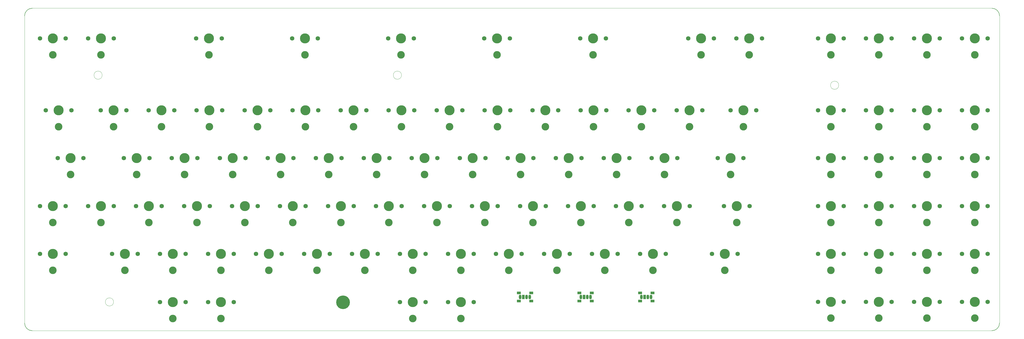
<source format=gbr>
%TF.GenerationSoftware,KiCad,Pcbnew,(6.99.0-5015-g618347ef50-dirty)*%
%TF.CreationDate,2022-12-25T12:47:06-05:00*%
%TF.ProjectId,necpc8801mkiisr,6e656370-6338-4383-9031-6d6b69697372,rev?*%
%TF.SameCoordinates,Original*%
%TF.FileFunction,Soldermask,Top*%
%TF.FilePolarity,Negative*%
%FSLAX46Y46*%
G04 Gerber Fmt 4.6, Leading zero omitted, Abs format (unit mm)*
G04 Created by KiCad (PCBNEW (6.99.0-5015-g618347ef50-dirty)) date 2022-12-25 12:47:06*
%MOMM*%
%LPD*%
G01*
G04 APERTURE LIST*
%ADD10R,1.500000X1.000000*%
%ADD11O,1.070000X1.800000*%
%ADD12R,1.070000X1.800000*%
%ADD13C,5.400000*%
%ADD14C,1.750000*%
%ADD15C,3.987800*%
%ADD16C,3.000000*%
%TA.AperFunction,Profile*%
%ADD17C,0.150000*%
%TD*%
%TA.AperFunction,Profile*%
%ADD18C,0.050000*%
%TD*%
G04 APERTURE END LIST*
D10*
%TO.C,LED1*%
X195649999Y-113024999D03*
D11*
X198734999Y-114624999D03*
D10*
X195649999Y-116224999D03*
D11*
X196194999Y-114624999D03*
D12*
X197464999Y-114624999D03*
D10*
X200549999Y-116224999D03*
D11*
X200004999Y-114624999D03*
D10*
X200549999Y-113024999D03*
%TD*%
%TO.C,LED2*%
X219649999Y-113024999D03*
D11*
X222734999Y-114624999D03*
D10*
X219649999Y-116224999D03*
D11*
X220194999Y-114624999D03*
D12*
X221464999Y-114624999D03*
D10*
X224549999Y-116224999D03*
D11*
X224004999Y-114624999D03*
D10*
X224549999Y-113024999D03*
%TD*%
%TO.C,LED3*%
X243649999Y-113024999D03*
D11*
X246734999Y-114624999D03*
D10*
X243649999Y-116224999D03*
D11*
X244194999Y-114624999D03*
D12*
X245464999Y-114624999D03*
D10*
X248549999Y-116224999D03*
D11*
X248004999Y-114624999D03*
D10*
X248549999Y-113024999D03*
%TD*%
D13*
%TO.C,H2*%
X126100000Y-116725000D03*
%TD*%
D14*
%TO.C,SW_STP_1*%
X6140000Y-12050000D03*
D15*
X11220000Y-12050000D03*
D16*
X11220000Y-18550000D03*
D14*
X16300000Y-12050000D03*
%TD*%
%TO.C,SW_KPMULT_1*%
X371120000Y-59550000D03*
D15*
X376200000Y-59550000D03*
D16*
X376200000Y-66050000D03*
D14*
X381280000Y-59550000D03*
%TD*%
%TO.C,SW_RLD_1*%
X281740000Y-12050000D03*
D15*
X286820000Y-12050000D03*
D16*
X286820000Y-18550000D03*
D14*
X291900000Y-12050000D03*
%TD*%
%TO.C,SW_LS2_1*%
X34640000Y-97550000D03*
D15*
X39720000Y-97550000D03*
D16*
X39720000Y-104050000D03*
D14*
X44800000Y-97550000D03*
%TD*%
%TO.C,SW_F3_1*%
X143940000Y-12050000D03*
D15*
X149020000Y-12050000D03*
D16*
X149020000Y-18550000D03*
D14*
X154100000Y-12050000D03*
%TD*%
%TO.C,SW_KP2_1*%
X333120000Y-97550000D03*
D15*
X338200000Y-97550000D03*
D16*
X338200000Y-104050000D03*
D14*
X343280000Y-97550000D03*
%TD*%
%TO.C,SW_WE_1*%
X253140000Y-78550000D03*
D15*
X258220000Y-78550000D03*
D16*
X258220000Y-85050000D03*
D14*
X263300000Y-78550000D03*
%TD*%
%TO.C,SW_F5_1*%
X219940000Y-12050000D03*
D15*
X225020000Y-12050000D03*
D16*
X225020000Y-18550000D03*
D14*
X230100000Y-12050000D03*
%TD*%
%TO.C,SW_LT_1*%
X186640000Y-97550000D03*
D15*
X191720000Y-97550000D03*
D16*
X191720000Y-104050000D03*
D14*
X196800000Y-97550000D03*
%TD*%
%TO.C,SW_KP4_1*%
X314120000Y-78550000D03*
D15*
X319200000Y-78550000D03*
D16*
X319200000Y-85050000D03*
D14*
X324280000Y-78550000D03*
%TD*%
%TO.C,SW_CAR_1*%
X239120000Y-40550000D03*
D15*
X244200000Y-40550000D03*
D16*
X244200000Y-47050000D03*
D14*
X249280000Y-40550000D03*
%TD*%
%TO.C,SW_SUP_1*%
X53640000Y-116650000D03*
D15*
X58720000Y-116650000D03*
D16*
X58720000Y-123150000D03*
D14*
X63800000Y-116650000D03*
%TD*%
%TO.C,SW_RLU_1*%
X262740000Y-12050000D03*
D15*
X267820000Y-12050000D03*
D16*
X267820000Y-18550000D03*
D14*
X272900000Y-12050000D03*
%TD*%
%TO.C,SW_DEL_1*%
X279495000Y-40550000D03*
D15*
X284575000Y-40550000D03*
D16*
X284575000Y-47050000D03*
D14*
X289655000Y-40550000D03*
%TD*%
%TO.C,SW_J_1*%
X158140000Y-78550000D03*
D15*
X163220000Y-78550000D03*
D16*
X163220000Y-85050000D03*
D14*
X168300000Y-78550000D03*
%TD*%
%TO.C,SW_KPEQ_1*%
X371120000Y-97550000D03*
D15*
X376200000Y-97550000D03*
D16*
X376200000Y-104050000D03*
D14*
X381280000Y-97550000D03*
%TD*%
%TO.C,SW_KP3_1*%
X352120000Y-97550000D03*
D15*
X357200000Y-97550000D03*
D16*
X357200000Y-104050000D03*
D14*
X362280000Y-97550000D03*
%TD*%
%TO.C,SW_K_1*%
X177140000Y-78550000D03*
D15*
X182220000Y-78550000D03*
D16*
X182220000Y-85050000D03*
D14*
X187300000Y-78550000D03*
%TD*%
%TO.C,SW_SP2_1*%
X167640000Y-116650000D03*
D15*
X172720000Y-116650000D03*
D16*
X172720000Y-123150000D03*
D14*
X177800000Y-116650000D03*
%TD*%
%TO.C,SW_F1_1*%
X67940000Y-12050000D03*
D15*
X73020000Y-12050000D03*
D16*
X73020000Y-18550000D03*
D14*
X78100000Y-12050000D03*
%TD*%
%TO.C,SW_CPY_1*%
X25140000Y-12050000D03*
D15*
X30220000Y-12050000D03*
D16*
X30220000Y-18550000D03*
D14*
X35300000Y-12050000D03*
%TD*%
%TO.C,SW_SP1_1*%
X148640000Y-116650000D03*
D15*
X153720000Y-116650000D03*
D16*
X153720000Y-123150000D03*
D14*
X158800000Y-116650000D03*
%TD*%
%TO.C,SW_D_1*%
X82140000Y-78550000D03*
D15*
X87220000Y-78550000D03*
D16*
X87220000Y-85050000D03*
D14*
X92300000Y-78550000D03*
%TD*%
%TO.C,SW_A_1*%
X44140000Y-78550000D03*
D15*
X49220000Y-78550000D03*
D16*
X49220000Y-85050000D03*
D14*
X54300000Y-78550000D03*
%TD*%
%TO.C,SW_KPPER_1*%
X352120000Y-116550000D03*
D15*
X357200000Y-116550000D03*
D16*
X357200000Y-123050000D03*
D14*
X362280000Y-116550000D03*
%TD*%
%TO.C,SW_6_1*%
X125120000Y-40550000D03*
D15*
X130200000Y-40550000D03*
D16*
X130200000Y-47050000D03*
D14*
X135280000Y-40550000D03*
%TD*%
%TO.C,SW_KP6_1*%
X352120000Y-78550000D03*
D15*
X357200000Y-78550000D03*
D16*
X357200000Y-85050000D03*
D14*
X362280000Y-78550000D03*
%TD*%
%TO.C,SW_9_1*%
X182120000Y-40550000D03*
D15*
X187200000Y-40550000D03*
D16*
X187200000Y-47050000D03*
D14*
X192280000Y-40550000D03*
%TD*%
%TO.C,SW_CTRL_1*%
X6140000Y-78550000D03*
D15*
X11220000Y-78550000D03*
D16*
X11220000Y-85050000D03*
D14*
X16300000Y-78550000D03*
%TD*%
%TO.C,SW_KP7_1*%
X314120000Y-59550000D03*
D15*
X319200000Y-59550000D03*
D16*
X319200000Y-66050000D03*
D14*
X324280000Y-59550000D03*
%TD*%
%TO.C,SW_F4_1*%
X181940000Y-12050000D03*
D15*
X187020000Y-12050000D03*
D16*
X187020000Y-18550000D03*
D14*
X192100000Y-12050000D03*
%TD*%
%TO.C,SW_S_1*%
X63140000Y-78550000D03*
D15*
X68220000Y-78550000D03*
D16*
X68220000Y-85050000D03*
D14*
X73300000Y-78550000D03*
%TD*%
%TO.C,SW_KPHELP1*%
X333120000Y-40550000D03*
D15*
X338200000Y-40550000D03*
D16*
X338200000Y-47050000D03*
D14*
X343280000Y-40550000D03*
%TD*%
%TO.C,SW_2_1*%
X49120000Y-40550000D03*
D15*
X54200000Y-40550000D03*
D16*
X54200000Y-47050000D03*
D14*
X59280000Y-40550000D03*
%TD*%
%TO.C,SW_W_1*%
X58290000Y-59525000D03*
D15*
X63370000Y-59525000D03*
D16*
X63370000Y-66025000D03*
D14*
X68450000Y-59525000D03*
%TD*%
%TO.C,SW_X_1*%
X72640000Y-97550000D03*
D15*
X77720000Y-97550000D03*
D16*
X77720000Y-104050000D03*
D14*
X82800000Y-97550000D03*
%TD*%
%TO.C,SW_G_1*%
X120140000Y-78550000D03*
D15*
X125220000Y-78550000D03*
D16*
X125220000Y-85050000D03*
D14*
X130300000Y-78550000D03*
%TD*%
%TO.C,SW_E_1*%
X77290000Y-59525000D03*
D15*
X82370000Y-59525000D03*
D16*
X82370000Y-66025000D03*
D14*
X87450000Y-59525000D03*
%TD*%
%TO.C,SW_5_1*%
X106120000Y-40550000D03*
D15*
X111200000Y-40550000D03*
D16*
X111200000Y-47050000D03*
D14*
X116280000Y-40550000D03*
%TD*%
%TO.C,SW_I_1*%
X172290000Y-59525000D03*
D15*
X177370000Y-59525000D03*
D16*
X177370000Y-66025000D03*
D14*
X182450000Y-59525000D03*
%TD*%
%TO.C,SW_1_1*%
X30120000Y-40550000D03*
D15*
X35200000Y-40550000D03*
D16*
X35200000Y-47050000D03*
D14*
X40280000Y-40550000D03*
%TD*%
%TO.C,SW_AMG_1*%
X243640000Y-97550000D03*
D15*
X248720000Y-97550000D03*
D16*
X248720000Y-104050000D03*
D14*
X253800000Y-97550000D03*
%TD*%
%TO.C,SW_V_1*%
X110640000Y-97550000D03*
D15*
X115720000Y-97550000D03*
D16*
X115720000Y-104050000D03*
D14*
X120800000Y-97550000D03*
%TD*%
%TO.C,SW_L_1*%
X196140000Y-78550000D03*
D15*
X201220000Y-78550000D03*
D16*
X201220000Y-85050000D03*
D14*
X206300000Y-78550000D03*
%TD*%
%TO.C,SW_YEN_1*%
X258120000Y-40550000D03*
D15*
X263200000Y-40550000D03*
D16*
X263200000Y-47050000D03*
D14*
X268280000Y-40550000D03*
%TD*%
%TO.C,SW_M_1*%
X167640000Y-97550000D03*
D15*
X172720000Y-97550000D03*
D16*
X172720000Y-104050000D03*
D14*
X177800000Y-97550000D03*
%TD*%
%TO.C,SW_F2_1*%
X105940000Y-12050000D03*
D15*
X111020000Y-12050000D03*
D16*
X111020000Y-18550000D03*
D14*
X116100000Y-12050000D03*
%TD*%
%TO.C,SW_KP9_1*%
X352120000Y-59550000D03*
D15*
X357200000Y-59550000D03*
D16*
X357200000Y-66050000D03*
D14*
X362280000Y-59550000D03*
%TD*%
%TO.C,SW_KPHOME_1*%
X314120000Y-40550000D03*
D15*
X319200000Y-40550000D03*
D16*
X319200000Y-47050000D03*
D14*
X324280000Y-40550000D03*
%TD*%
%TO.C,SW_CAPS_1*%
X25140000Y-78550000D03*
D15*
X30220000Y-78550000D03*
D16*
X30220000Y-85050000D03*
D14*
X35300000Y-78550000D03*
%TD*%
%TO.C,SW_KPDIV_1*%
X371120000Y-40550000D03*
D15*
X376200000Y-40550000D03*
D16*
X376200000Y-47050000D03*
D14*
X381280000Y-40550000D03*
%TD*%
%TO.C,SW_C_1*%
X91640000Y-97550000D03*
D15*
X96720000Y-97550000D03*
D16*
X96720000Y-104050000D03*
D14*
X101800000Y-97550000D03*
%TD*%
%TO.C,SW_Q_1*%
X39290000Y-59525000D03*
D15*
X44370000Y-59525000D03*
D16*
X44370000Y-66025000D03*
D14*
X49450000Y-59525000D03*
%TD*%
%TO.C,SW_MN_1*%
X220120000Y-40550000D03*
D15*
X225200000Y-40550000D03*
D16*
X225200000Y-47050000D03*
D14*
X230280000Y-40550000D03*
%TD*%
%TO.C,SW_DOWN_1*%
X333120000Y-12050000D03*
D15*
X338200000Y-12050000D03*
D16*
X338200000Y-18550000D03*
D14*
X343280000Y-12050000D03*
%TD*%
%TO.C,SW_3_1*%
X68120000Y-40550000D03*
D15*
X73200000Y-40550000D03*
D16*
X73200000Y-47050000D03*
D14*
X78280000Y-40550000D03*
%TD*%
%TO.C,SW_AT_1*%
X229290000Y-59525000D03*
D15*
X234370000Y-59525000D03*
D16*
X234370000Y-66025000D03*
D14*
X239450000Y-59525000D03*
%TD*%
%TO.C,SW_GT_1*%
X205640000Y-97550000D03*
D15*
X210720000Y-97550000D03*
D16*
X210720000Y-104050000D03*
D14*
X215800000Y-97550000D03*
%TD*%
%TO.C,SW_Z_1*%
X53640000Y-97550000D03*
D15*
X58720000Y-97550000D03*
D16*
X58720000Y-104050000D03*
D14*
X63800000Y-97550000D03*
%TD*%
%TO.C,SW_O_1*%
X191290000Y-59525000D03*
D15*
X196370000Y-59525000D03*
D16*
X196370000Y-66025000D03*
D14*
X201450000Y-59525000D03*
%TD*%
%TO.C,SW_H_1*%
X139140000Y-78550000D03*
D15*
X144220000Y-78550000D03*
D16*
X144220000Y-85050000D03*
D14*
X149300000Y-78550000D03*
%TD*%
%TO.C,SW_FC_1*%
X248290000Y-59525000D03*
D15*
X253370000Y-59525000D03*
D16*
X253370000Y-66025000D03*
D14*
X258450000Y-59525000D03*
%TD*%
%TO.C,SW_KPENT_1*%
X371120000Y-116550000D03*
D15*
X376200000Y-116550000D03*
D16*
X376200000Y-123050000D03*
D14*
X381280000Y-116550000D03*
%TD*%
%TO.C,SW_B_1*%
X129640000Y-97550000D03*
D15*
X134720000Y-97550000D03*
D16*
X134720000Y-104050000D03*
D14*
X139800000Y-97550000D03*
%TD*%
%TO.C,SW_R_1*%
X96290000Y-59525000D03*
D15*
X101370000Y-59525000D03*
D16*
X101370000Y-66025000D03*
D14*
X106450000Y-59525000D03*
%TD*%
%TO.C,SW_0_1*%
X201120000Y-40550000D03*
D15*
X206200000Y-40550000D03*
D16*
X206200000Y-47050000D03*
D14*
X211280000Y-40550000D03*
%TD*%
%TO.C,SW_8_1*%
X163120000Y-40550000D03*
D15*
X168200000Y-40550000D03*
D16*
X168200000Y-47050000D03*
D14*
X173280000Y-40550000D03*
%TD*%
%TO.C,SW_RIGHT_1*%
X371120000Y-12050000D03*
D15*
X376200000Y-12050000D03*
D16*
X376200000Y-18550000D03*
D14*
X381280000Y-12050000D03*
%TD*%
%TO.C,SW_KP0_1*%
X314120000Y-116550000D03*
D15*
X319200000Y-116550000D03*
D16*
X319200000Y-123050000D03*
D14*
X324280000Y-116550000D03*
%TD*%
%TO.C,SW_Y_1*%
X134290000Y-59525000D03*
D15*
X139370000Y-59525000D03*
D16*
X139370000Y-66025000D03*
D14*
X144450000Y-59525000D03*
%TD*%
%TO.C,SW_RSH_1*%
X272140000Y-97550000D03*
D15*
X277220000Y-97550000D03*
D16*
X277220000Y-104050000D03*
D14*
X282300000Y-97550000D03*
%TD*%
%TO.C,SW_COL_1*%
X234140000Y-78550000D03*
D15*
X239220000Y-78550000D03*
D16*
X239220000Y-85050000D03*
D14*
X244300000Y-78550000D03*
%TD*%
%TO.C,SW_ED_1*%
X276890000Y-78550000D03*
D15*
X281970000Y-78550000D03*
D16*
X281970000Y-85050000D03*
D14*
X287050000Y-78550000D03*
%TD*%
%TO.C,SW_LS1_1*%
X6140000Y-97550000D03*
D15*
X11220000Y-97550000D03*
D16*
X11220000Y-104050000D03*
D14*
X16300000Y-97550000D03*
%TD*%
%TO.C,SW_4_1*%
X87120000Y-40550000D03*
D15*
X92200000Y-40550000D03*
D16*
X92200000Y-47050000D03*
D14*
X97280000Y-40550000D03*
%TD*%
%TO.C,SW_LEFT_1*%
X352120000Y-12050000D03*
D15*
X357200000Y-12050000D03*
D16*
X357200000Y-18550000D03*
D14*
X362280000Y-12050000D03*
%TD*%
%TO.C,SW_KPMIN_1*%
X352120000Y-40550000D03*
D15*
X357200000Y-40550000D03*
D16*
X357200000Y-47050000D03*
D14*
X362280000Y-40550000D03*
%TD*%
%TO.C,SW_U_1*%
X153290000Y-59525000D03*
D15*
X158370000Y-59525000D03*
D16*
X158370000Y-66025000D03*
D14*
X163450000Y-59525000D03*
%TD*%
%TO.C,SW_ET_1*%
X274415000Y-59525000D03*
D15*
X279495000Y-59525000D03*
D16*
X279495000Y-66025000D03*
D14*
X284575000Y-59525000D03*
%TD*%
%TO.C,SW_KPCOM_1*%
X333120000Y-116550000D03*
D15*
X338200000Y-116550000D03*
D16*
X338200000Y-123050000D03*
D14*
X343280000Y-116550000D03*
%TD*%
%TO.C,SW_KP5_1*%
X333120000Y-78550000D03*
D15*
X338200000Y-78550000D03*
D16*
X338200000Y-85050000D03*
D14*
X343280000Y-78550000D03*
%TD*%
%TO.C,SW_KP8_1*%
X333120000Y-59550000D03*
D15*
X338200000Y-59550000D03*
D16*
X338200000Y-66050000D03*
D14*
X343280000Y-59550000D03*
%TD*%
%TO.C,SW_T_1*%
X115290000Y-59525000D03*
D15*
X120370000Y-59525000D03*
D16*
X120370000Y-66025000D03*
D14*
X125450000Y-59525000D03*
%TD*%
%TO.C,SW_P_1*%
X210290000Y-59525000D03*
D15*
X215370000Y-59525000D03*
D16*
X215370000Y-66025000D03*
D14*
X220450000Y-59525000D03*
%TD*%
%TO.C,SW_KP1_1*%
X314120000Y-97550000D03*
D15*
X319200000Y-97550000D03*
D16*
X319200000Y-104050000D03*
D14*
X324280000Y-97550000D03*
%TD*%
%TO.C,SW_TAB_1*%
X13165000Y-59525000D03*
D15*
X18245000Y-59525000D03*
D16*
X18245000Y-66025000D03*
D14*
X23325000Y-59525000D03*
%TD*%
%TO.C,SW_UP_1*%
X314120000Y-12050000D03*
D15*
X319200000Y-12050000D03*
D16*
X319200000Y-18550000D03*
D14*
X324280000Y-12050000D03*
%TD*%
%TO.C,SW_ESC_1*%
X8420000Y-40550000D03*
D15*
X13500000Y-40550000D03*
D16*
X13500000Y-47050000D03*
D14*
X18580000Y-40550000D03*
%TD*%
%TO.C,SW_KPPLUS_1*%
X371120000Y-78550000D03*
D15*
X376200000Y-78550000D03*
D16*
X376200000Y-85050000D03*
D14*
X381280000Y-78550000D03*
%TD*%
%TO.C,SW_N_1*%
X148640000Y-97550000D03*
D15*
X153720000Y-97550000D03*
D16*
X153720000Y-104050000D03*
D14*
X158800000Y-97550000D03*
%TD*%
%TO.C,SW_7_1*%
X144120000Y-40550000D03*
D15*
X149200000Y-40550000D03*
D16*
X149200000Y-47050000D03*
D14*
X154280000Y-40550000D03*
%TD*%
%TO.C,SW_F_1*%
X101140000Y-78550000D03*
D15*
X106220000Y-78550000D03*
D16*
X106220000Y-85050000D03*
D14*
X111300000Y-78550000D03*
%TD*%
%TO.C,SW_SLS_1*%
X224640000Y-97550000D03*
D15*
X229720000Y-97550000D03*
D16*
X229720000Y-104050000D03*
D14*
X234800000Y-97550000D03*
%TD*%
%TO.C,SW_SMI_1*%
X215140000Y-78550000D03*
D15*
X220220000Y-78550000D03*
D16*
X220220000Y-85050000D03*
D14*
X225300000Y-78550000D03*
%TD*%
%TO.C,SW_ALT_1*%
X72640000Y-116650000D03*
D15*
X77720000Y-116650000D03*
D16*
X77720000Y-123150000D03*
D14*
X82800000Y-116650000D03*
%TD*%
D17*
X382930000Y-128030000D02*
G75*
G03*
X385980000Y-124980000I0J3050000D01*
G01*
X3030000Y-30000D02*
G75*
G03*
X0Y-3080000I10002J-3040002D01*
G01*
X0Y-124980000D02*
G75*
G03*
X3030000Y-128030000I3040000J-10000D01*
G01*
D18*
X3030000Y-128030000D02*
X382930000Y-128030000D01*
X385980000Y-124980000D02*
X385980000Y-3080000D01*
X0Y-3080000D02*
X0Y-124980000D01*
X382930000Y-30000D02*
X3030000Y-30000D01*
X322312085Y-30600497D02*
G75*
G03*
X322312085Y-30600497I-1625192J0D01*
G01*
X149225192Y-26605000D02*
G75*
G03*
X149225192Y-26605000I-1625192J0D01*
G01*
X30725192Y-26605000D02*
G75*
G03*
X30725192Y-26605000I-1625192J0D01*
G01*
D17*
X385980000Y-3080000D02*
G75*
G03*
X382930000Y-30000I-3050000J0D01*
G01*
D18*
X35225192Y-116605000D02*
G75*
G03*
X35225192Y-116605000I-1625192J0D01*
G01*
M02*

</source>
